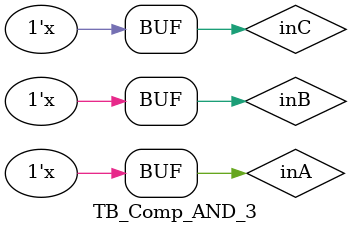
<source format=v>
`timescale 1ns / 1ps

module TB_Comp_AND_3 (

    );

    // Inputs
    reg inA, inB, inC;

    // Outputs
    wire out;

    // Instantiate
    Comp_AND_3 UUT(
        .Y(out),
        .A(inA),
        .B(inB),
        .C(inC)
    );

    // stimulus
    initial begin
        inA = 0;
        inB = 0;
        inC = 0;
    end

    always #20 inA = ~inA;
    always #40 inB = ~inB;
    always #60 inC = ~inC;

endmodule

</source>
